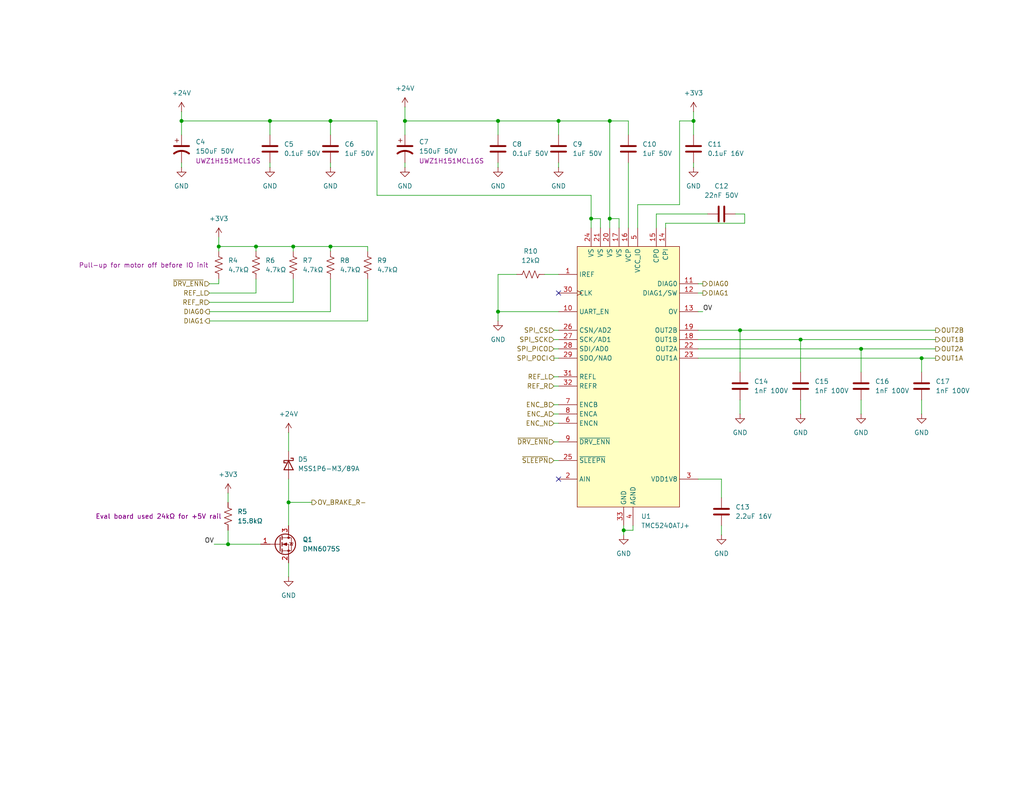
<source format=kicad_sch>
(kicad_sch (version 20231120) (generator "eeschema") (generator_version "8.0")
  (paper "USLetter")
  (title_block (title "Generic Pan Tilt Motor PCB: Motor Driver") (date "${KIBOT_GIT_DATE} ${KITBOT_RUN_DATE}") (rev "${KIBOT_GIT_DESCRIBE}") (company "Responsive Environments, MIT Media Lab") (comment 1 "Perry Naseck") (comment 2 "https://github.com/mitmedialab/generic-pan-tilt-pcb/") (comment 3 "Licensed under CERN-OHL-P v2 or later") (comment 4 "© MIT Media Lab 2024") (comment 5 "This source describes Open Hardware and is licensed under the CERN-OHL-P v2 or later. You may redistribute and modify this documentation and make products using it under the terms of the CERN-OHL-P v2 (https:/cern.ch/cern-ohl). This documentation is distributed WITHOUT ANY EXPRESS OR IMPLIED WARRANTY, INCLUDING OF MERCHANTABILITY, SATISFACTORY QUALITY AND FITNESS FOR A PARTICULAR PURPOSE. Please see the CERN-OHL-P v2 for applicable conditions"))
  (lib_symbols
    (symbol "Device:C" (pin_numbers hide) (pin_names (offset 0.254))
      (property "Reference" "C" (at 0.635 2.54 0))
      (property "Value" "C" (at 0.635 -2.54 0))
      (symbol "C_0_1"
        (polyline (pts (xy -2.032 -0.762) (xy 2.032 -0.762)) (stroke (width 0.508)))
        (polyline (pts (xy -2.032 0.762) (xy 2.032 0.762)) (stroke (width 0.508)))
      )
      (symbol "C_1_1"
        (pin passive line (at 0 3.81 270) (length 2.794) (name "~") (number "1"))
        (pin passive line (at 0 -3.81 90) (length 2.794) (name "~") (number "2"))
      )
    )
    (symbol "Device:C_Polarized_US" (pin_numbers hide) (pin_names (offset 0.254) hide)
      (property "Reference" "C" (at 0.635 2.54 0))
      (property "Value" "C_Polarized_US" (at 0.635 -2.54 0))
      (symbol "C_Polarized_US_0_1"
        (polyline (pts (xy -2.032 0.762) (xy 2.032 0.762)) (stroke (width 0.508)))
        (polyline (pts (xy -1.778 2.286) (xy -0.762 2.286)))
        (polyline (pts (xy -1.27 1.778) (xy -1.27 2.794)))
        (arc (start 2.032 -1.27) (mid 0 -0.5572) (end -2.032 -1.27) (stroke (width 0.508)))
      )
      (symbol "C_Polarized_US_1_1"
        (pin passive line (at 0 3.81 270) (length 2.794) (name "~") (number "1"))
        (pin passive line (at 0 -3.81 90) (length 3.302) (name "~") (number "2"))
      )
    )
    (symbol "Device:D_Schottky" (pin_numbers hide) (pin_names (offset 1.016) hide)
      (property "Reference" "D" (at 0 2.54 0))
      (property "Value" "D_Schottky" (at 0 -2.54 0))
      (symbol "D_Schottky_0_1"
        (polyline (pts (xy 1.27 0) (xy -1.27 0)))
        (polyline (pts (xy 1.27 1.27) (xy 1.27 -1.27) (xy -1.27 0) (xy 1.27 1.27)) (stroke (width 0.254)))
        (polyline (pts (xy -1.905 0.635) (xy -1.905 1.27) (xy -1.27 1.27) (xy -1.27 -1.27) (xy -0.635 -1.27) (xy -0.635 -0.635)) (stroke (width 0.254)))
      )
      (symbol "D_Schottky_1_1"
        (pin passive line (at -3.81 0 0) (length 2.54) (name "K") (number "1"))
        (pin passive line (at 3.81 0 180) (length 2.54) (name "A") (number "2"))
      )
    )
    (symbol "Device:R_US" (pin_numbers hide) (pin_names (offset 0))
      (property "Reference" "R" (at 2.54 0 90))
      (property "Value" "R_US" (at -2.54 0 90))
      (symbol "R_US_0_1"
        (polyline (pts (xy 0 -2.286) (xy 0 -2.54)))
        (polyline (pts (xy 0 2.286) (xy 0 2.54)))
        (polyline (pts (xy 0 -0.762) (xy 1.016 -1.143) (xy 0 -1.524) (xy -1.016 -1.905) (xy 0 -2.286)))
        (polyline (pts (xy 0 0.762) (xy 1.016 0.381) (xy 0 0) (xy -1.016 -0.381) (xy 0 -0.762)))
        (polyline (pts (xy 0 2.286) (xy 1.016 1.905) (xy 0 1.524) (xy -1.016 1.143) (xy 0 0.762)))
      )
      (symbol "R_US_1_1"
        (pin passive line (at 0 3.81 270) (length 1.27) (name "~") (number "1"))
        (pin passive line (at 0 -3.81 90) (length 1.27) (name "~") (number "2"))
      )
    )
    (symbol "Transistor_FET:DMN6075S" (pin_names hide)
      (property "Reference" "Q" (at 5.08 1.905 0))
      (property "Value" "DMN6075S" (at 5.08 0 0))
      (symbol "DMN6075S_0_1"
        (polyline (pts (xy 0.254 0) (xy -2.54 0)))
        (polyline (pts (xy 0.254 1.905) (xy 0.254 -1.905)) (stroke (width 0.254)))
        (polyline (pts (xy 0.762 -1.27) (xy 0.762 -2.286)) (stroke (width 0.254)))
        (polyline (pts (xy 0.762 0.508) (xy 0.762 -0.508)) (stroke (width 0.254)))
        (polyline (pts (xy 0.762 2.286) (xy 0.762 1.27)) (stroke (width 0.254)))
        (polyline (pts (xy 2.54 2.54) (xy 2.54 1.778)))
        (polyline (pts (xy 2.54 -2.54) (xy 2.54 0) (xy 0.762 0)))
        (polyline (pts (xy 0.762 -1.778) (xy 3.302 -1.778) (xy 3.302 1.778) (xy 0.762 1.778)))
        (polyline (pts (xy 1.016 0) (xy 2.032 0.381) (xy 2.032 -0.381) (xy 1.016 0)) (fill (type outline)))
        (polyline (pts (xy 2.794 0.508) (xy 2.921 0.381) (xy 3.683 0.381) (xy 3.81 0.254)))
        (polyline (pts (xy 3.302 0.381) (xy 2.921 -0.254) (xy 3.683 -0.254) (xy 3.302 0.381)))
        (circle (center 1.651 0) (radius 2.794) (stroke (width 0.254)))
        (circle (center 2.54 -1.778) (radius 0.254) (fill (type outline)))
        (circle (center 2.54 1.778) (radius 0.254) (fill (type outline)))
      )
      (symbol "DMN6075S_1_1"
        (pin input line (at -5.08 0 0) (length 2.54) (name "G") (number "1"))
        (pin passive line (at 2.54 -5.08 90) (length 2.54) (name "S") (number "2"))
        (pin passive line (at 2.54 5.08 270) (length 2.54) (name "D") (number "3"))
      )
    )
    (symbol "generic-pan-tilt-motor-pcb:TMC5240ATJ+"
      (property "Reference" "U" (at -13.97 36.83 0))
      (property "Value" "TMC5240ATJ+" (at 13.97 36.83 0))
      (symbol "TMC5240ATJ+_1_1"
        (rectangle (start -13.97 35.56) (end 13.97 -35.56) (fill (type background)))
        (pin input line (at -19.05 27.94 0) (length 5.08) (name "IREF") (number "1"))
        (pin input line (at -19.05 17.78 0) (length 5.08) (name "UART_EN") (number "10"))
        (pin output line (at 19.05 25.4 180) (length 5.08) (name "DIAG0") (number "11"))
        (pin bidirectional line (at 19.05 22.86 180) (length 5.08) (name "DIAG1/SW") (number "12"))
        (pin output line (at 19.05 17.78 180) (length 5.08) (name "OV") (number "13"))
        (pin input line (at 10.16 40.64 270) (length 5.08) (name "CPI") (number "14"))
        (pin output line (at 7.62 40.64 270) (length 5.08) (name "CPO") (number "15"))
        (pin output line (at 0 40.64 270) (length 5.08) (name "VCP") (number "16"))
        (pin power_in line (at -2.54 40.64 270) (length 5.08) (name "VS") (number "17"))
        (pin output line (at 19.05 10.16 180) (length 5.08) (name "OUT1B") (number "18"))
        (pin output line (at 19.05 12.7 180) (length 5.08) (name "OUT2B") (number "19"))
        (pin input line (at -19.05 -27.94 0) (length 5.08) (name "AIN") (number "2"))
        (pin power_in line (at -5.08 40.64 270) (length 5.08) (name "VS") (number "20"))
        (pin power_in line (at -7.62 40.64 270) (length 5.08) (name "VS") (number "21"))
        (pin output line (at 19.05 7.62 180) (length 5.08) (name "OUT2A") (number "22"))
        (pin output line (at 19.05 5.08 180) (length 5.08) (name "OUT1A") (number "23"))
        (pin power_in line (at -10.16 40.64 270) (length 5.08) (name "VS") (number "24"))
        (pin input line (at -19.05 -22.86 0) (length 5.08) (name "~{SLEEPN}") (number "25"))
        (pin input line (at -19.05 12.7 0) (length 5.08) (name "CSN/AD2") (number "26"))
        (pin input line (at -19.05 10.16 0) (length 5.08) (name "SCK/AD1") (number "27"))
        (pin input line (at -19.05 7.62 0) (length 5.08) (name "SDI/AD0") (number "28"))
        (pin output line (at -19.05 5.08 0) (length 5.08) (name "SDO/NAO") (number "29"))
        (pin power_out line (at 19.05 -27.94 180) (length 5.08) (name "VDD1V8") (number "3"))
        (pin input clock (at -19.05 22.86 0) (length 5.08) (name "CLK") (number "30"))
        (pin input line (at -19.05 0 0) (length 5.08) (name "REFL") (number "31"))
        (pin input line (at -19.05 -2.54 0) (length 5.08) (name "REFR") (number "32"))
        (pin power_in line (at -1.27 -40.64 90) (length 5.08) (name "GND") (number "33"))
        (pin power_in line (at 1.27 -40.64 90) (length 5.08) (name "AGND") (number "4"))
        (pin power_in line (at 2.54 40.64 270) (length 5.08) (name "VCC_IO") (number "5"))
        (pin input line (at -19.05 -12.7 0) (length 5.08) (name "ENCN") (number "6"))
        (pin input line (at -19.05 -7.62 0) (length 5.08) (name "ENCB") (number "7"))
        (pin input line (at -19.05 -10.16 0) (length 5.08) (name "ENCA") (number "8"))
        (pin input line (at -19.05 -17.78 0) (length 5.08) (name "~{DRV_ENN}") (number "9"))
      )
    )
    (symbol "power:+24V" (power) (pin_numbers hide) (pin_names (offset 0) hide)
      (property "Value" "+24V" (at 0 3.556 0))
      (symbol "+24V_0_1"
        (polyline (pts (xy -0.762 1.27) (xy 0 2.54)))
        (polyline (pts (xy 0 0) (xy 0 2.54)))
        (polyline (pts (xy 0 2.54) (xy 0.762 1.27)))
      )
      (symbol "+24V_1_1"
        (pin power_in line (at 0 0 90) (length 0) (name "~") (number "1"))
      )
    )
    (symbol "power:+3V3" (power) (pin_numbers hide) (pin_names (offset 0) hide)
      (property "Value" "+3V3" (at 0 3.556 0))
      (symbol "+3V3_0_1"
        (polyline (pts (xy -0.762 1.27) (xy 0 2.54)))
        (polyline (pts (xy 0 0) (xy 0 2.54)))
        (polyline (pts (xy 0 2.54) (xy 0.762 1.27)))
      )
      (symbol "+3V3_1_1"
        (pin power_in line (at 0 0 90) (length 0) (name "~") (number "1"))
      )
    )
    (symbol "power:GND" (power) (pin_numbers hide) (pin_names (offset 0) hide)
      (property "Value" "GND" (at 0 -3.81 0))
      (symbol "GND_0_1"
        (polyline (pts (xy 0 0) (xy 0 -1.27) (xy 1.27 -1.27) (xy 0 -2.54) (xy -1.27 -1.27) (xy 0 -1.27)))
      )
      (symbol "GND_1_1"
        (pin power_in line (at 0 0 270) (length 0) (name "~") (number "1"))
      )
    )
  )
  (junction (at 49.53 33.02))
  (junction (at 201.93 90.17))
  (junction (at 59.69 67.31))
  (junction (at 135.89 85.09))
  (junction (at 218.44 92.71))
  (junction (at 69.85 67.31))
  (junction (at 152.4 33.02))
  (junction (at 166.37 33.02))
  (junction (at 135.89 33.02))
  (junction (at 170.18 144.78))
  (junction (at 234.95 95.25))
  (junction (at 80.01 67.31))
  (junction (at 161.29 59.69))
  (junction (at 189.23 33.02))
  (junction (at 166.37 59.69))
  (junction (at 90.17 33.02))
  (junction (at 62.23 148.59))
  (junction (at 73.66 33.02))
  (junction (at 78.74 137.16))
  (junction (at 90.17 67.31))
  (junction (at 110.49 33.02))
  (junction (at 251.46 97.79))
  (no_connect (at 152.4 130.81))
  (no_connect (at 152.4 80.01))
  (wire (pts (xy 201.93 90.17) (xy 201.93 101.6)))
  (wire (pts (xy 181.61 60.96) (xy 203.2 60.96)))
  (wire (pts (xy 168.91 59.69) (xy 168.91 62.23)))
  (wire (pts (xy 69.85 80.01) (xy 57.15 80.01)))
  (wire (pts (xy 234.95 95.25) (xy 234.95 101.6)))
  (wire (pts (xy 110.49 33.02) (xy 110.49 36.83)))
  (wire (pts (xy 201.93 90.17) (xy 255.27 90.17)))
  (wire (pts (xy 151.13 95.25) (xy 152.4 95.25)))
  (wire (pts (xy 90.17 67.31) (xy 100.33 67.31)))
  (wire (pts (xy 58.42 148.59) (xy 62.23 148.59)))
  (wire (pts (xy 135.89 33.02) (xy 110.49 33.02)))
  (wire (pts (xy 102.87 33.02) (xy 102.87 53.34)))
  (wire (pts (xy 203.2 58.42) (xy 200.66 58.42)))
  (wire (pts (xy 110.49 44.45) (xy 110.49 45.72)))
  (wire (pts (xy 49.53 33.02) (xy 73.66 33.02)))
  (wire (pts (xy 151.13 120.65) (xy 152.4 120.65)))
  (wire (pts (xy 251.46 109.22) (xy 251.46 113.03)))
  (wire (pts (xy 49.53 33.02) (xy 49.53 36.83)))
  (wire (pts (xy 140.97 74.93) (xy 135.89 74.93)))
  (wire (pts (xy 73.66 33.02) (xy 73.66 36.83)))
  (wire (pts (xy 251.46 97.79) (xy 255.27 97.79)))
  (wire (pts (xy 190.5 92.71) (xy 218.44 92.71)))
  (wire (pts (xy 90.17 67.31) (xy 90.17 68.58)))
  (wire (pts (xy 151.13 90.17) (xy 152.4 90.17)))
  (wire (pts (xy 151.13 105.41) (xy 152.4 105.41)))
  (wire (pts (xy 185.42 33.02) (xy 185.42 55.88)))
  (wire (pts (xy 161.29 53.34) (xy 161.29 59.69)))
  (wire (pts (xy 78.74 137.16) (xy 85.09 137.16)))
  (wire (pts (xy 173.99 55.88) (xy 173.99 62.23)))
  (wire (pts (xy 190.5 130.81) (xy 196.85 130.81)))
  (wire (pts (xy 190.5 95.25) (xy 234.95 95.25)))
  (wire (pts (xy 151.13 97.79) (xy 152.4 97.79)))
  (wire (pts (xy 80.01 67.31) (xy 80.01 68.58)))
  (wire (pts (xy 90.17 45.72) (xy 90.17 44.45)))
  (wire (pts (xy 80.01 67.31) (xy 90.17 67.31)))
  (wire (pts (xy 234.95 109.22) (xy 234.95 113.03)))
  (wire (pts (xy 203.2 60.96) (xy 203.2 58.42)))
  (wire (pts (xy 62.23 134.62) (xy 62.23 137.16)))
  (wire (pts (xy 90.17 33.02) (xy 90.17 36.83)))
  (wire (pts (xy 62.23 148.59) (xy 71.12 148.59)))
  (wire (pts (xy 100.33 67.31) (xy 100.33 68.58)))
  (wire (pts (xy 179.07 62.23) (xy 179.07 58.42)))
  (wire (pts (xy 190.5 90.17) (xy 201.93 90.17)))
  (wire (pts (xy 57.15 77.47) (xy 59.69 77.47)))
  (wire (pts (xy 166.37 62.23) (xy 166.37 59.69)))
  (wire (pts (xy 151.13 92.71) (xy 152.4 92.71)))
  (wire (pts (xy 135.89 85.09) (xy 152.4 85.09)))
  (wire (pts (xy 163.83 62.23) (xy 163.83 59.69)))
  (wire (pts (xy 78.74 130.81) (xy 78.74 137.16)))
  (wire (pts (xy 185.42 33.02) (xy 189.23 33.02)))
  (wire (pts (xy 151.13 102.87) (xy 152.4 102.87)))
  (wire (pts (xy 196.85 130.81) (xy 196.85 135.89)))
  (wire (pts (xy 161.29 62.23) (xy 161.29 59.69)))
  (wire (pts (xy 189.23 44.45) (xy 189.23 45.72)))
  (wire (pts (xy 151.13 113.03) (xy 152.4 113.03)))
  (wire (pts (xy 179.07 58.42) (xy 193.04 58.42)))
  (wire (pts (xy 110.49 29.21) (xy 110.49 33.02)))
  (wire (pts (xy 171.45 33.02) (xy 171.45 36.83)))
  (wire (pts (xy 190.5 77.47) (xy 191.77 77.47)))
  (wire (pts (xy 78.74 153.67) (xy 78.74 157.48)))
  (wire (pts (xy 62.23 148.59) (xy 62.23 144.78)))
  (wire (pts (xy 189.23 33.02) (xy 189.23 36.83)))
  (wire (pts (xy 73.66 33.02) (xy 90.17 33.02)))
  (wire (pts (xy 218.44 109.22) (xy 218.44 113.03)))
  (wire (pts (xy 49.53 30.48) (xy 49.53 33.02)))
  (wire (pts (xy 152.4 36.83) (xy 152.4 33.02)))
  (wire (pts (xy 57.15 87.63) (xy 100.33 87.63)))
  (wire (pts (xy 135.89 33.02) (xy 135.89 36.83)))
  (wire (pts (xy 170.18 143.51) (xy 170.18 144.78)))
  (wire (pts (xy 152.4 44.45) (xy 152.4 45.72)))
  (wire (pts (xy 218.44 92.71) (xy 255.27 92.71)))
  (wire (pts (xy 163.83 59.69) (xy 161.29 59.69)))
  (wire (pts (xy 151.13 115.57) (xy 152.4 115.57)))
  (wire (pts (xy 171.45 44.45) (xy 171.45 62.23)))
  (wire (pts (xy 172.72 144.78) (xy 172.72 143.51)))
  (wire (pts (xy 151.13 125.73) (xy 152.4 125.73)))
  (wire (pts (xy 166.37 33.02) (xy 166.37 59.69)))
  (wire (pts (xy 218.44 92.71) (xy 218.44 101.6)))
  (wire (pts (xy 102.87 53.34) (xy 161.29 53.34)))
  (wire (pts (xy 151.13 110.49) (xy 152.4 110.49)))
  (wire (pts (xy 90.17 33.02) (xy 102.87 33.02)))
  (wire (pts (xy 59.69 77.47) (xy 59.69 76.2)))
  (wire (pts (xy 181.61 62.23) (xy 181.61 60.96)))
  (wire (pts (xy 196.85 143.51) (xy 196.85 146.05)))
  (wire (pts (xy 190.5 97.79) (xy 251.46 97.79)))
  (wire (pts (xy 152.4 33.02) (xy 135.89 33.02)))
  (wire (pts (xy 69.85 76.2) (xy 69.85 80.01)))
  (wire (pts (xy 201.93 109.22) (xy 201.93 113.03)))
  (wire (pts (xy 135.89 44.45) (xy 135.89 45.72)))
  (wire (pts (xy 78.74 137.16) (xy 78.74 143.51)))
  (wire (pts (xy 251.46 97.79) (xy 251.46 101.6)))
  (wire (pts (xy 190.5 85.09) (xy 191.77 85.09)))
  (wire (pts (xy 170.18 144.78) (xy 172.72 144.78)))
  (wire (pts (xy 166.37 33.02) (xy 171.45 33.02)))
  (wire (pts (xy 234.95 95.25) (xy 255.27 95.25)))
  (wire (pts (xy 166.37 59.69) (xy 168.91 59.69)))
  (wire (pts (xy 135.89 74.93) (xy 135.89 85.09)))
  (wire (pts (xy 57.15 85.09) (xy 90.17 85.09)))
  (wire (pts (xy 170.18 144.78) (xy 170.18 146.05)))
  (wire (pts (xy 69.85 67.31) (xy 69.85 68.58)))
  (wire (pts (xy 152.4 33.02) (xy 166.37 33.02)))
  (wire (pts (xy 49.53 44.45) (xy 49.53 45.72)))
  (wire (pts (xy 80.01 76.2) (xy 80.01 82.55)))
  (wire (pts (xy 59.69 67.31) (xy 69.85 67.31)))
  (wire (pts (xy 69.85 67.31) (xy 80.01 67.31)))
  (wire (pts (xy 59.69 67.31) (xy 59.69 68.58)))
  (wire (pts (xy 135.89 87.63) (xy 135.89 85.09)))
  (wire (pts (xy 57.15 82.55) (xy 80.01 82.55)))
  (wire (pts (xy 100.33 87.63) (xy 100.33 76.2)))
  (wire (pts (xy 185.42 55.88) (xy 173.99 55.88)))
  (wire (pts (xy 73.66 44.45) (xy 73.66 45.72)))
  (wire (pts (xy 90.17 85.09) (xy 90.17 76.2)))
  (wire (pts (xy 190.5 80.01) (xy 191.77 80.01)))
  (wire (pts (xy 189.23 30.48) (xy 189.23 33.02)))
  (wire (pts (xy 148.59 74.93) (xy 152.4 74.93)))
  (wire (pts (xy 78.74 118.11) (xy 78.74 123.19)))
  (wire (pts (xy 59.69 64.77) (xy 59.69 67.31)))
  (label "OV" (at 191.77 85.09 0))
  (label "OV" (at 58.42 148.59 180))
  (hierarchical_label "~{DRV_ENN}" (shape input) (at 57.15 77.47 180))
  (hierarchical_label "ENC_N" (shape input) (at 151.13 115.57 180))
  (hierarchical_label "DIAG1" (shape output) (at 191.77 80.01 0))
  (hierarchical_label "REF_R" (shape input) (at 151.13 105.41 180))
  (hierarchical_label "SPI_PICO" (shape input) (at 151.13 95.25 180))
  (hierarchical_label "REF_R" (shape input) (at 57.15 82.55 180))
  (hierarchical_label "REF_L" (shape input) (at 151.13 102.87 180))
  (hierarchical_label "OV_BRAKE_R-" (shape output) (at 85.09 137.16 0))
  (hierarchical_label "ENC_A" (shape input) (at 151.13 113.03 180))
  (hierarchical_label "DIAG0" (shape output) (at 57.15 85.09 180))
  (hierarchical_label "ENC_B" (shape input) (at 151.13 110.49 180))
  (hierarchical_label "OUT1A" (shape output) (at 255.27 97.79 0))
  (hierarchical_label "DIAG0" (shape output) (at 191.77 77.47 0))
  (hierarchical_label "OUT2B" (shape output) (at 255.27 90.17 0))
  (hierarchical_label "SPI_POCI" (shape output) (at 151.13 97.79 180))
  (hierarchical_label "OUT2A" (shape output) (at 255.27 95.25 0))
  (hierarchical_label "OUT1B" (shape output) (at 255.27 92.71 0))
  (hierarchical_label "SPI_SCK" (shape input) (at 151.13 92.71 180))
  (hierarchical_label "SPI_CS" (shape input) (at 151.13 90.17 180))
  (hierarchical_label "~{DRV_ENN}" (shape input) (at 151.13 120.65 180))
  (hierarchical_label "~{SLEEPN}" (shape input) (at 151.13 125.73 180))
  (hierarchical_label "REF_L" (shape input) (at 57.15 80.01 180))
  (hierarchical_label "DIAG1" (shape output) (at 57.15 87.63 180))
  (symbol (lib_id "Device:C") (at 251.46 105.41 0) (unit 1)
    (property "Reference" "C17" (at 255.27 104.1399 0) (effects (justify left)))
    (property "Value" "1nF 100V" (at 255.27 106.6799 0) (effects (justify left)))
    (property "Footprint" "Capacitor_SMD:C_0603_1608Metric" (effects (hide yes)))
    (property "Description" "Unpolarized capacitor" (effects (hide yes)))
  )
  (symbol (lib_id "power:GND") (at 234.95 113.03 0) (unit 1)
    (property "Reference" "#PWR039" (effects (hide yes)))
    (property "Value" "GND" (at 234.95 118.11 0))
    (property "Description" "Power symbol creates a global label with name \"GND\" , ground" (effects (hide yes)))
  )
  (symbol (lib_id "Device:C") (at 196.85 139.7 0) (unit 1)
    (property "Reference" "C13" (at 200.66 138.4299 0) (effects (justify left)))
    (property "Value" "2.2uF 16V" (at 200.66 140.9699 0) (effects (justify left)))
    (property "Footprint" "Capacitor_SMD:C_0603_1608Metric" (effects (hide yes)))
    (property "Description" "Unpolarized capacitor" (effects (hide yes)))
  )
  (symbol (lib_id "power:+3V3") (at 189.23 30.48 0) (unit 1)
    (property "Reference" "#PWR034" (effects (hide yes)))
    (property "Value" "+3V3" (at 189.23 25.4 0))
    (property "Description" "Power symbol creates a global label with name \"+3V3\"" (effects (hide yes)))
  )
  (symbol (lib_id "Device:D_Schottky") (at 78.74 127 270) (unit 1)
    (property "Reference" "D5" (at 81.28 125.4124 90) (effects (justify left)))
    (property "Value" "MSS1P6-M3/89A" (at 81.28 127.9524 90) (effects (justify left)))
    (property "Footprint" "Diode_SMD:D_MicroSMP_AK" (effects (hide yes)))
    (property "Datasheet" "https://www.vishay.com/docs/89018/mss1p6.pdf" (effects (hide yes)))
    (property "Description" "Schottky diode" (effects (hide yes)))
    (property "digikey#" "MSS1P6-M3/89AGICT-ND" (effects (hide yes)))
    (property "manf#" "MSS1P6-M3/89A" (effects (hide yes)))
    (property "mouser#" "625-MSS1P6-M3" (effects (hide yes)))
  )
  (symbol (lib_id "power:GND") (at 189.23 45.72 0) (unit 1)
    (property "Reference" "#PWR035" (effects (hide yes)))
    (property "Value" "GND" (at 189.23 50.8 0))
    (property "Description" "Power symbol creates a global label with name \"GND\" , ground" (effects (hide yes)))
  )
  (symbol (lib_id "power:GND") (at 152.4 45.72 0) (unit 1)
    (property "Reference" "#PWR032" (effects (hide yes)))
    (property "Value" "GND" (at 152.4 50.8 0))
    (property "Description" "Power symbol creates a global label with name \"GND\" , ground" (effects (hide yes)))
  )
  (symbol (lib_id "power:GND") (at 201.93 113.03 0) (unit 1)
    (property "Reference" "#PWR037" (effects (hide yes)))
    (property "Value" "GND" (at 201.93 118.11 0))
    (property "Description" "Power symbol creates a global label with name \"GND\" , ground" (effects (hide yes)))
  )
  (symbol (lib_id "power:+24V") (at 49.53 30.48 0) (unit 1)
    (property "Reference" "#PWR020" (effects (hide yes)))
    (property "Value" "+24V" (at 49.53 25.4 0))
    (property "Description" "Power symbol creates a global label with name \"+24V\"" (effects (hide yes)))
  )
  (symbol (lib_id "Device:C") (at 152.4 40.64 0) (unit 1)
    (property "Reference" "C9" (at 156.21 39.3699 0) (effects (justify left)))
    (property "Value" "1uF 50V" (at 156.21 41.9099 0) (effects (justify left)))
    (property "Footprint" "Capacitor_SMD:C_0603_1608Metric" (effects (hide yes)))
    (property "Description" "Unpolarized capacitor" (effects (hide yes)))
  )
  (symbol (lib_id "power:GND") (at 110.49 45.72 0) (unit 1)
    (property "Reference" "#PWR029" (effects (hide yes)))
    (property "Value" "GND" (at 110.49 50.8 0))
    (property "Description" "Power symbol creates a global label with name \"GND\" , ground" (effects (hide yes)))
  )
  (symbol (lib_id "Device:R_US") (at 69.85 72.39 0) (unit 1)
    (property "Reference" "R6" (at 72.39 71.1199 0) (effects (justify left)))
    (property "Value" "4.7kΩ" (at 72.39 73.6599 0) (effects (justify left)))
    (property "Footprint" "Resistor_SMD:R_0402_1005Metric" (effects (hide yes)))
    (property "Description" "Resistor, US symbol" (effects (hide yes)))
  )
  (symbol (lib_id "Device:C") (at 218.44 105.41 0) (unit 1)
    (property "Reference" "C15" (at 222.25 104.1399 0) (effects (justify left)))
    (property "Value" "1nF 100V" (at 222.25 106.6799 0) (effects (justify left)))
    (property "Footprint" "Capacitor_SMD:C_0603_1608Metric" (effects (hide yes)))
    (property "Description" "Unpolarized capacitor" (effects (hide yes)))
  )
  (symbol (lib_id "Transistor_FET:DMN6075S") (at 76.2 148.59 0) (unit 1)
    (property "Reference" "Q1" (at 82.55 147.3199 0) (effects (justify left)))
    (property "Value" "DMN6075S" (at 82.55 149.8599 0) (effects (justify left)))
    (property "Footprint" "Package_TO_SOT_SMD:SOT-23" (effects (hide yes)))
    (property "Datasheet" "http://www.diodes.com/assets/Datasheets/DMN6075S.pdf" (effects (hide yes)))
    (property "Description" "2.5A Id, 60V Vds, N-Channel MOSFET, SOT-23" (effects (hide yes)))
    (property "manf#" "DMN6075S-7" (effects (hide yes)))
    (property "digikey#" "DMN6075S-7DICT-ND" (effects (hide yes)))
    (property "mouser#" "621-DMN6075S-7" (effects (hide yes)))
  )
  (symbol (lib_id "Device:R_US") (at 100.33 72.39 0) (unit 1)
    (property "Reference" "R9" (at 102.87 71.1199 0) (effects (justify left)))
    (property "Value" "4.7kΩ" (at 102.87 73.6599 0) (effects (justify left)))
    (property "Footprint" "Resistor_SMD:R_0402_1005Metric" (effects (hide yes)))
    (property "Description" "Resistor, US symbol" (effects (hide yes)))
  )
  (symbol (lib_id "power:+3V3") (at 59.69 64.77 0) (unit 1)
    (property "Reference" "#PWR022" (effects (hide yes)))
    (property "Value" "+3V3" (at 59.69 59.69 0))
    (property "Description" "Power symbol creates a global label with name \"+3V3\"" (effects (hide yes)))
  )
  (symbol (lib_id "Device:C") (at 201.93 105.41 0) (unit 1)
    (property "Reference" "C14" (at 205.74 104.1399 0) (effects (justify left)))
    (property "Value" "1nF 100V" (at 205.74 106.6799 0) (effects (justify left)))
    (property "Footprint" "Capacitor_SMD:C_0603_1608Metric" (effects (hide yes)))
    (property "Description" "Unpolarized capacitor" (effects (hide yes)))
  )
  (symbol (lib_id "power:GND") (at 251.46 113.03 0) (unit 1)
    (property "Reference" "#PWR040" (effects (hide yes)))
    (property "Value" "GND" (at 251.46 118.11 0))
    (property "Description" "Power symbol creates a global label with name \"GND\" , ground" (effects (hide yes)))
  )
  (symbol (lib_id "power:GND") (at 196.85 146.05 0) (unit 1)
    (property "Reference" "#PWR036" (effects (hide yes)))
    (property "Value" "GND" (at 196.85 151.13 0))
    (property "Description" "Power symbol creates a global label with name \"GND\" , ground" (effects (hide yes)))
  )
  (symbol (lib_id "Device:C") (at 171.45 40.64 0) (unit 1)
    (property "Reference" "C10" (at 175.26 39.3699 0) (effects (justify left)))
    (property "Value" "1uF 50V" (at 175.26 41.9099 0) (effects (justify left)))
    (property "Footprint" "Capacitor_SMD:C_0603_1608Metric" (effects (hide yes)))
    (property "Description" "Unpolarized capacitor" (effects (hide yes)))
  )
  (symbol (lib_id "Device:C_Polarized_US") (at 110.49 40.64 0) (unit 1)
    (property "Reference" "C7" (at 114.3 38.7349 0) (effects (justify left)))
    (property "Value" "150uF 50V" (at 114.3 41.2749 0) (effects (justify left)))
    (property "Footprint" "Capacitor_SMD:CP_Elec_10x10" (effects (hide yes)))
    (property "Datasheet" "https://www.mouser.com/datasheet/2/293/e_uwz-2943344.pdf" (effects (hide yes)))
    (property "Description" "Polarized capacitor, US symbol" (effects (hide yes)))
    (property "manf#" "UWZ1H151MCL1GS" (at 123.19 43.942 0))
    (property "digikey#" "493-9939-1-ND" (effects (hide yes)))
    (property "mouser#" "647-UWZ1H151MCL1" (effects (hide yes)))
  )
  (symbol (lib_id "Device:R_US") (at 62.23 140.97 0) (unit 1)
    (property "Reference" "R5" (at 64.77 139.6999 0) (effects (justify left)))
    (property "Value" "15.8kΩ" (at 64.77 142.2399 0) (effects (justify left)))
    (property "Footprint" "Resistor_SMD:R_0402_1005Metric" (effects (hide yes)))
    (property "Description" "Resistor, US symbol" (effects (hide yes)))
    (property "Notes" "Eval board used 24kΩ for +5V rail" (at 60.452 140.97 0) (effects (justify right)))
  )
  (symbol (lib_id "Device:C") (at 135.89 40.64 0) (unit 1)
    (property "Reference" "C8" (at 139.7 39.3699 0) (effects (justify left)))
    (property "Value" "0.1uF 50V" (at 139.7 41.9099 0) (effects (justify left)))
    (property "Footprint" "Capacitor_SMD:C_0603_1608Metric" (effects (hide yes)))
    (property "Description" "Unpolarized capacitor" (effects (hide yes)))
  )
  (symbol (lib_id "Device:C") (at 73.66 40.64 0) (unit 1)
    (property "Reference" "C5" (at 77.47 39.3699 0) (effects (justify left)))
    (property "Value" "0.1uF 50V" (at 77.47 41.9099 0) (effects (justify left)))
    (property "Footprint" "Capacitor_SMD:C_0603_1608Metric" (effects (hide yes)))
    (property "Description" "Unpolarized capacitor" (effects (hide yes)))
  )
  (symbol (lib_id "power:GND") (at 73.66 45.72 0) (unit 1)
    (property "Reference" "#PWR024" (effects (hide yes)))
    (property "Value" "GND" (at 73.66 50.8 0))
    (property "Description" "Power symbol creates a global label with name \"GND\" , ground" (effects (hide yes)))
  )
  (symbol (lib_id "Device:R_US") (at 144.78 74.93 270) (unit 1)
    (property "Reference" "R10" (at 144.78 68.58 90))
    (property "Value" "12kΩ" (at 144.78 71.12 90))
    (property "Footprint" "Resistor_SMD:R_0402_1005Metric" (effects (hide yes)))
    (property "Description" "Resistor, US symbol" (effects (hide yes)))
  )
  (symbol (lib_id "Device:R_US") (at 80.01 72.39 0) (unit 1)
    (property "Reference" "R7" (at 82.55 71.1199 0) (effects (justify left)))
    (property "Value" "4.7kΩ" (at 82.55 73.6599 0) (effects (justify left)))
    (property "Footprint" "Resistor_SMD:R_0402_1005Metric" (effects (hide yes)))
    (property "Description" "Resistor, US symbol" (effects (hide yes)))
  )
  (symbol (lib_id "Device:C") (at 90.17 40.64 0) (unit 1)
    (property "Reference" "C6" (at 93.98 39.3699 0) (effects (justify left)))
    (property "Value" "1uF 50V" (at 93.98 41.9099 0) (effects (justify left)))
    (property "Footprint" "Capacitor_SMD:C_0603_1608Metric" (effects (hide yes)))
    (property "Description" "Unpolarized capacitor" (effects (hide yes)))
  )
  (symbol (lib_id "generic-pan-tilt-motor-pcb:TMC5240ATJ+") (at 171.45 102.87 0) (unit 1)
    (property "Reference" "U1" (at 174.9141 140.97 0) (effects (justify left)))
    (property "Value" "TMC5240ATJ+" (at 174.9141 143.51 0) (effects (justify left)))
    (property "Footprint" "Package_DFN_QFN:TQFN-32-1EP_5x5mm_P0.5mm_EP3.1x3.1mm_ThermalVias" (effects (hide yes)))
    (property "Datasheet" "https://www.analog.com/media/en/technical-documentation/data-sheets/TMC5240_datasheet_Rev_0.pdf" (effects (hide yes)))
    (property "Description" "36V 2ARMS+ Smart Integrated Stepper Driver and Controller; TQFN-32" (effects (hide yes)))
    (property "manf#" "TMC5240ATJ+" (effects (hide yes)))
    (property "digikey#" "505-TMC5240ATJ+-ND" (effects (hide yes)))
    (property "mouser#" "700-TMC5240ATJ+" (effects (hide yes)))
  )
  (symbol (lib_id "power:GND") (at 170.18 146.05 0) (unit 1)
    (property "Reference" "#PWR033" (effects (hide yes)))
    (property "Value" "GND" (at 170.18 151.13 0))
    (property "Description" "Power symbol creates a global label with name \"GND\" , ground" (effects (hide yes)))
  )
  (symbol (lib_id "power:GND") (at 135.89 45.72 0) (unit 1)
    (property "Reference" "#PWR030" (effects (hide yes)))
    (property "Value" "GND" (at 135.89 50.8 0))
    (property "Description" "Power symbol creates a global label with name \"GND\" , ground" (effects (hide yes)))
  )
  (symbol (lib_id "Device:R_US") (at 59.69 72.39 0) (unit 1)
    (property "Reference" "R4" (at 62.23 71.1199 0) (effects (justify left)))
    (property "Value" "4.7kΩ" (at 62.23 73.6599 0) (effects (justify left)))
    (property "Footprint" "Resistor_SMD:R_0402_1005Metric" (effects (hide yes)))
    (property "Description" "Resistor, US symbol" (effects (hide yes)))
    (property "Note" "Pull-up for motor off before IO init" (at 56.896 72.39 0) (effects (justify right)))
  )
  (symbol (lib_id "power:+24V") (at 78.74 118.11 0) (unit 1)
    (property "Reference" "#PWR025" (effects (hide yes)))
    (property "Value" "+24V" (at 78.74 113.03 0))
    (property "Description" "Power symbol creates a global label with name \"+24V\"" (effects (hide yes)))
  )
  (symbol (lib_id "power:+3V3") (at 62.23 134.62 0) (unit 1)
    (property "Reference" "#PWR023" (effects (hide yes)))
    (property "Value" "+3V3" (at 62.23 129.54 0))
    (property "Description" "Power symbol creates a global label with name \"+3V3\"" (effects (hide yes)))
  )
  (symbol (lib_id "power:GND") (at 218.44 113.03 0) (unit 1)
    (property "Reference" "#PWR038" (effects (hide yes)))
    (property "Value" "GND" (at 218.44 118.11 0))
    (property "Description" "Power symbol creates a global label with name \"GND\" , ground" (effects (hide yes)))
  )
  (symbol (lib_id "Device:C") (at 196.85 58.42 90) (unit 1)
    (property "Reference" "C12" (at 196.85 50.8 90))
    (property "Value" "22nF 50V" (at 196.85 53.34 90))
    (property "Footprint" "Capacitor_SMD:C_0603_1608Metric" (effects (hide yes)))
    (property "Description" "Unpolarized capacitor" (effects (hide yes)))
  )
  (symbol (lib_id "Device:C_Polarized_US") (at 49.53 40.64 0) (unit 1)
    (property "Reference" "C4" (at 53.34 38.7349 0) (effects (justify left)))
    (property "Value" "150uF 50V" (at 53.34 41.2749 0) (effects (justify left)))
    (property "Footprint" "Capacitor_SMD:CP_Elec_10x10" (effects (hide yes)))
    (property "Datasheet" "https://www.mouser.com/datasheet/2/293/e_uwz-2943344.pdf" (effects (hide yes)))
    (property "Description" "Polarized capacitor, US symbol" (effects (hide yes)))
    (property "manf#" "UWZ1H151MCL1GS" (at 62.23 43.942 0))
    (property "digikey#" "493-9939-1-ND" (effects (hide yes)))
    (property "mouser#" "647-UWZ1H151MCL1" (effects (hide yes)))
  )
  (symbol (lib_id "power:+24V") (at 110.49 29.21 0) (unit 1)
    (property "Reference" "#PWR028" (effects (hide yes)))
    (property "Value" "+24V" (at 110.49 24.13 0))
    (property "Description" "Power symbol creates a global label with name \"+24V\"" (effects (hide yes)))
  )
  (symbol (lib_id "Device:C") (at 189.23 40.64 0) (unit 1)
    (property "Reference" "C11" (at 193.04 39.3699 0) (effects (justify left)))
    (property "Value" "0.1uF 16V" (at 193.04 41.9099 0) (effects (justify left)))
    (property "Footprint" "Capacitor_SMD:C_0603_1608Metric" (effects (hide yes)))
    (property "Description" "Unpolarized capacitor" (effects (hide yes)))
  )
  (symbol (lib_id "power:GND") (at 135.89 87.63 0) (unit 1)
    (property "Reference" "#PWR031" (effects (hide yes)))
    (property "Value" "GND" (at 135.89 92.71 0))
    (property "Description" "Power symbol creates a global label with name \"GND\" , ground" (effects (hide yes)))
  )
  (symbol (lib_id "power:GND") (at 49.53 45.72 0) (unit 1)
    (property "Reference" "#PWR021" (effects (hide yes)))
    (property "Value" "GND" (at 49.53 50.8 0))
    (property "Description" "Power symbol creates a global label with name \"GND\" , ground" (effects (hide yes)))
  )
  (symbol (lib_id "power:GND") (at 78.74 157.48 0) (unit 1)
    (property "Reference" "#PWR026" (effects (hide yes)))
    (property "Value" "GND" (at 78.74 162.56 0))
    (property "Description" "Power symbol creates a global label with name \"GND\" , ground" (effects (hide yes)))
  )
  (symbol (lib_id "power:GND") (at 90.17 45.72 0) (unit 1)
    (property "Reference" "#PWR027" (effects (hide yes)))
    (property "Value" "GND" (at 90.17 50.8 0))
    (property "Description" "Power symbol creates a global label with name \"GND\" , ground" (effects (hide yes)))
  )
  (symbol (lib_id "Device:R_US") (at 90.17 72.39 0) (unit 1)
    (property "Reference" "R8" (at 92.71 71.1199 0) (effects (justify left)))
    (property "Value" "4.7kΩ" (at 92.71 73.6599 0) (effects (justify left)))
    (property "Footprint" "Resistor_SMD:R_0402_1005Metric" (effects (hide yes)))
    (property "Description" "Resistor, US symbol" (effects (hide yes)))
  )
  (symbol (lib_id "Device:C") (at 234.95 105.41 0) (unit 1)
    (property "Reference" "C16" (at 238.76 104.1399 0) (effects (justify left)))
    (property "Value" "1nF 100V" (at 238.76 106.6799 0) (effects (justify left)))
    (property "Footprint" "Capacitor_SMD:C_0603_1608Metric" (effects (hide yes)))
    (property "Description" "Unpolarized capacitor" (effects (hide yes)))
  )
)
</source>
